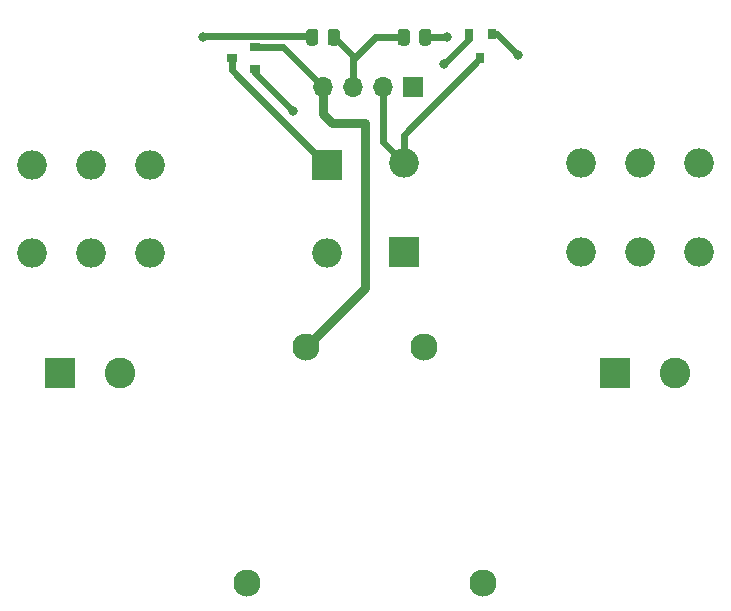
<source format=gbr>
%TF.GenerationSoftware,KiCad,Pcbnew,(5.1.7)-1*%
%TF.CreationDate,2021-02-24T18:30:15+01:00*%
%TF.ProjectId,Temperature-controller-with-ESP8266,54656d70-6572-4617-9475-72652d636f6e,rev?*%
%TF.SameCoordinates,Original*%
%TF.FileFunction,Copper,L1,Top*%
%TF.FilePolarity,Positive*%
%FSLAX46Y46*%
G04 Gerber Fmt 4.6, Leading zero omitted, Abs format (unit mm)*
G04 Created by KiCad (PCBNEW (5.1.7)-1) date 2021-02-24 18:30:15*
%MOMM*%
%LPD*%
G01*
G04 APERTURE LIST*
%TA.AperFunction,ComponentPad*%
%ADD10R,2.500000X2.500000*%
%TD*%
%TA.AperFunction,ComponentPad*%
%ADD11O,2.500000X2.500000*%
%TD*%
%TA.AperFunction,SMDPad,CuDef*%
%ADD12R,0.800000X0.900000*%
%TD*%
%TA.AperFunction,ComponentPad*%
%ADD13R,1.700000X1.700000*%
%TD*%
%TA.AperFunction,ComponentPad*%
%ADD14O,1.700000X1.700000*%
%TD*%
%TA.AperFunction,SMDPad,CuDef*%
%ADD15R,0.900000X0.800000*%
%TD*%
%TA.AperFunction,ComponentPad*%
%ADD16C,2.600000*%
%TD*%
%TA.AperFunction,ComponentPad*%
%ADD17R,2.600000X2.600000*%
%TD*%
%TA.AperFunction,ComponentPad*%
%ADD18C,2.300000*%
%TD*%
%TA.AperFunction,ViaPad*%
%ADD19C,0.800000*%
%TD*%
%TA.AperFunction,Conductor*%
%ADD20C,0.800000*%
%TD*%
%TA.AperFunction,Conductor*%
%ADD21C,0.600000*%
%TD*%
G04 APERTURE END LIST*
D10*
%TO.P,RL2,1*%
%TO.N,Net-(D4-Pad2)*%
X149479000Y-54483000D03*
D11*
%TO.P,RL2,2*%
%TO.N,Net-(RL2-Pad2)*%
X134479000Y-54483000D03*
%TO.P,RL2,3*%
%TO.N,N*%
X129479000Y-54483000D03*
%TO.P,RL2,4*%
%TO.N,N_OUT*%
X124479000Y-54483000D03*
%TO.P,RL2,5*%
X124479000Y-61983000D03*
%TO.P,RL2,6*%
%TO.N,N*%
X129479000Y-61983000D03*
%TO.P,RL2,7*%
%TO.N,Net-(RL2-Pad2)*%
X134479000Y-61983000D03*
%TO.P,RL2,8*%
%TO.N,+5V*%
X149479000Y-61983000D03*
%TD*%
%TO.P,R13,2*%
%TO.N,GPIO14*%
%TA.AperFunction,SMDPad,CuDef*%
G36*
G01*
X156445000Y-43237998D02*
X156445000Y-44138002D01*
G75*
G02*
X156195002Y-44388000I-249998J0D01*
G01*
X155669998Y-44388000D01*
G75*
G02*
X155420000Y-44138002I0J249998D01*
G01*
X155420000Y-43237998D01*
G75*
G02*
X155669998Y-42988000I249998J0D01*
G01*
X156195002Y-42988000D01*
G75*
G02*
X156445000Y-43237998I0J-249998D01*
G01*
G37*
%TD.AperFunction*%
%TO.P,R13,1*%
%TO.N,Net-(R13-Pad1)*%
%TA.AperFunction,SMDPad,CuDef*%
G36*
G01*
X158270000Y-43237998D02*
X158270000Y-44138002D01*
G75*
G02*
X158020002Y-44388000I-249998J0D01*
G01*
X157494998Y-44388000D01*
G75*
G02*
X157245000Y-44138002I0J249998D01*
G01*
X157245000Y-43237998D01*
G75*
G02*
X157494998Y-42988000I249998J0D01*
G01*
X158020002Y-42988000D01*
G75*
G02*
X158270000Y-43237998I0J-249998D01*
G01*
G37*
%TD.AperFunction*%
%TD*%
%TO.P,RL1,8*%
%TO.N,RELE_D*%
X155956000Y-54349000D03*
%TO.P,RL1,7*%
%TO.N,Net-(RL1-Pad2)*%
X170956000Y-54349000D03*
%TO.P,RL1,6*%
%TO.N,L*%
X175956000Y-54349000D03*
%TO.P,RL1,5*%
%TO.N,L_OUT*%
X180956000Y-54349000D03*
%TO.P,RL1,4*%
X180956000Y-61849000D03*
%TO.P,RL1,3*%
%TO.N,L*%
X175956000Y-61849000D03*
%TO.P,RL1,2*%
%TO.N,Net-(RL1-Pad2)*%
X170956000Y-61849000D03*
D10*
%TO.P,RL1,1*%
%TO.N,+5V*%
X155956000Y-61849000D03*
%TD*%
D12*
%TO.P,Q3,3*%
%TO.N,RELE_D*%
X162433000Y-45450000D03*
%TO.P,Q3,2*%
%TO.N,GND*%
X161483000Y-43450000D03*
%TO.P,Q3,1*%
%TO.N,Net-(Q3-Pad1)*%
X163383000Y-43450000D03*
%TD*%
D13*
%TO.P,J3,1*%
%TO.N,+5V*%
X156718000Y-47879000D03*
D14*
%TO.P,J3,2*%
%TO.N,RELE_D*%
X154178000Y-47879000D03*
%TO.P,J3,3*%
%TO.N,GPIO14*%
X151638000Y-47879000D03*
%TO.P,J3,4*%
%TO.N,GND*%
X149098000Y-47879000D03*
%TD*%
D15*
%TO.P,Q4,1*%
%TO.N,Net-(Q4-Pad1)*%
X143367000Y-46416000D03*
%TO.P,Q4,2*%
%TO.N,GND*%
X143367000Y-44516000D03*
%TO.P,Q4,3*%
%TO.N,Net-(D4-Pad2)*%
X141367000Y-45466000D03*
%TD*%
%TO.P,R12,1*%
%TO.N,Net-(R12-Pad1)*%
%TA.AperFunction,SMDPad,CuDef*%
G36*
G01*
X147673000Y-44138002D02*
X147673000Y-43237998D01*
G75*
G02*
X147922998Y-42988000I249998J0D01*
G01*
X148448002Y-42988000D01*
G75*
G02*
X148698000Y-43237998I0J-249998D01*
G01*
X148698000Y-44138002D01*
G75*
G02*
X148448002Y-44388000I-249998J0D01*
G01*
X147922998Y-44388000D01*
G75*
G02*
X147673000Y-44138002I0J249998D01*
G01*
G37*
%TD.AperFunction*%
%TO.P,R12,2*%
%TO.N,GPIO14*%
%TA.AperFunction,SMDPad,CuDef*%
G36*
G01*
X149498000Y-44138002D02*
X149498000Y-43237998D01*
G75*
G02*
X149747998Y-42988000I249998J0D01*
G01*
X150273002Y-42988000D01*
G75*
G02*
X150523000Y-43237998I0J-249998D01*
G01*
X150523000Y-44138002D01*
G75*
G02*
X150273002Y-44388000I-249998J0D01*
G01*
X149747998Y-44388000D01*
G75*
G02*
X149498000Y-44138002I0J249998D01*
G01*
G37*
%TD.AperFunction*%
%TD*%
D16*
%TO.P,J7,2*%
%TO.N,N*%
X131953000Y-72136000D03*
D17*
%TO.P,J7,1*%
%TO.N,N_OUT*%
X126873000Y-72136000D03*
%TD*%
%TO.P,J8,1*%
%TO.N,L*%
X173863000Y-72136000D03*
D16*
%TO.P,J8,2*%
%TO.N,L_OUT*%
X178943000Y-72136000D03*
%TD*%
D18*
%TO.P,PS1,9*%
%TO.N,GND*%
X147654000Y-69883000D03*
%TO.P,PS1,1*%
%TO.N,N*%
X142654000Y-89883000D03*
%TO.P,PS1,5*%
%TO.N,L*%
X162654000Y-89883000D03*
%TO.P,PS1,7*%
%TO.N,+5V*%
X157654000Y-69883000D03*
%TD*%
D19*
%TO.N,GND*%
X159385000Y-45974000D03*
%TO.N,Net-(Q4-Pad1)*%
X146558000Y-49911000D03*
%TO.N,Net-(R12-Pad1)*%
X138938000Y-43688000D03*
%TO.N,Net-(Q3-Pad1)*%
X165608000Y-45212000D03*
%TO.N,Net-(R13-Pad1)*%
X159639000Y-43688000D03*
%TD*%
D20*
%TO.N,GND*%
X147654000Y-69883000D02*
X152654000Y-64883000D01*
X152654000Y-64883000D02*
X152654000Y-50927000D01*
X152654000Y-50927000D02*
X149860000Y-50927000D01*
X149098000Y-50165000D02*
X149098000Y-47879000D01*
X149860000Y-50927000D02*
X149098000Y-50165000D01*
D21*
X145735000Y-44516000D02*
X149098000Y-47879000D01*
X143367000Y-44516000D02*
X145735000Y-44516000D01*
X161483000Y-43876000D02*
X159385000Y-45974000D01*
X161483000Y-43450000D02*
X161483000Y-43876000D01*
%TO.N,Net-(Q4-Pad1)*%
X143367000Y-46720000D02*
X146558000Y-49911000D01*
X143367000Y-46416000D02*
X143367000Y-46720000D01*
%TO.N,GPIO14*%
X151638000Y-45315500D02*
X150010500Y-43688000D01*
X151638000Y-47879000D02*
X151638000Y-45315500D01*
X151638000Y-47879000D02*
X151638000Y-45593000D01*
X153543000Y-43688000D02*
X155932500Y-43688000D01*
X151638000Y-45593000D02*
X153543000Y-43688000D01*
%TO.N,Net-(R12-Pad1)*%
X139010001Y-43615999D02*
X138938000Y-43688000D01*
X148113499Y-43615999D02*
X139010001Y-43615999D01*
X148185500Y-43688000D02*
X148113499Y-43615999D01*
%TO.N,RELE_D*%
X154178000Y-52571000D02*
X155956000Y-54349000D01*
X154178000Y-47879000D02*
X154178000Y-52571000D01*
X155956000Y-51927000D02*
X162433000Y-45450000D01*
X155956000Y-54349000D02*
X155956000Y-51927000D01*
%TO.N,Net-(D4-Pad2)*%
X149384000Y-54483000D02*
X149479000Y-54483000D01*
X141367000Y-46466000D02*
X149384000Y-54483000D01*
X141367000Y-45466000D02*
X141367000Y-46466000D01*
%TO.N,Net-(Q3-Pad1)*%
X163383000Y-43450000D02*
X163846000Y-43450000D01*
X163846000Y-43450000D02*
X165608000Y-45212000D01*
%TO.N,Net-(R13-Pad1)*%
X159639000Y-43688000D02*
X157757500Y-43688000D01*
%TD*%
M02*

</source>
